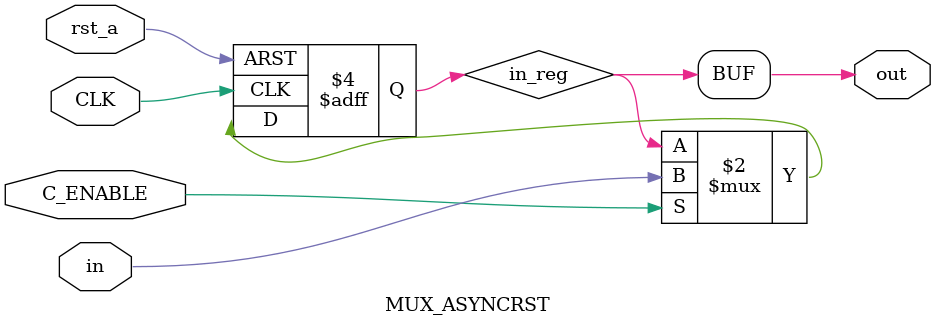
<source format=v>
module MUX_ASYNCRST (in,out,CLK,rst_a,C_ENABLE) ; 

parameter data_width = 1 ; 
parameter sel=1 ; 
input CLK , rst_a , C_ENABLE ; 
input [data_width-1:0] in ;
output [data_width-1:0] out ; 

reg [data_width-1:0] in_reg ; 

always @(posedge CLK or posedge rst_a) begin
    if(rst_a) 
        in_reg <= 0 ; 
    else  begin
    if(C_ENABLE)
        in_reg <= in ; 
    end            
end

assign out = (sel)?in_reg:in ; 

endmodule 

</source>
